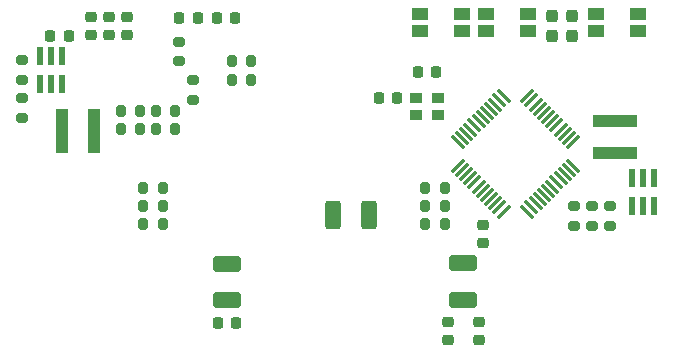
<source format=gbr>
%TF.GenerationSoftware,KiCad,Pcbnew,9.0.2*%
%TF.CreationDate,2025-06-13T08:34:34-07:00*%
%TF.ProjectId,led-usb-hub,6c65642d-7573-4622-9d68-75622e6b6963,rev?*%
%TF.SameCoordinates,PX37fb0e0PY47e8340*%
%TF.FileFunction,Paste,Top*%
%TF.FilePolarity,Positive*%
%FSLAX46Y46*%
G04 Gerber Fmt 4.6, Leading zero omitted, Abs format (unit mm)*
G04 Created by KiCad (PCBNEW 9.0.2) date 2025-06-13 08:34:34*
%MOMM*%
%LPD*%
G01*
G04 APERTURE LIST*
G04 Aperture macros list*
%AMRoundRect*
0 Rectangle with rounded corners*
0 $1 Rounding radius*
0 $2 $3 $4 $5 $6 $7 $8 $9 X,Y pos of 4 corners*
0 Add a 4 corners polygon primitive as box body*
4,1,4,$2,$3,$4,$5,$6,$7,$8,$9,$2,$3,0*
0 Add four circle primitives for the rounded corners*
1,1,$1+$1,$2,$3*
1,1,$1+$1,$4,$5*
1,1,$1+$1,$6,$7*
1,1,$1+$1,$8,$9*
0 Add four rect primitives between the rounded corners*
20,1,$1+$1,$2,$3,$4,$5,0*
20,1,$1+$1,$4,$5,$6,$7,0*
20,1,$1+$1,$6,$7,$8,$9,0*
20,1,$1+$1,$8,$9,$2,$3,0*%
G04 Aperture macros list end*
%ADD10RoundRect,0.225000X-0.225000X-0.250000X0.225000X-0.250000X0.225000X0.250000X-0.225000X0.250000X0*%
%ADD11RoundRect,0.225000X0.225000X0.250000X-0.225000X0.250000X-0.225000X-0.250000X0.225000X-0.250000X0*%
%ADD12R,1.400000X1.050000*%
%ADD13RoundRect,0.200000X-0.200000X-0.275000X0.200000X-0.275000X0.200000X0.275000X-0.200000X0.275000X0*%
%ADD14RoundRect,0.225000X-0.250000X0.225000X-0.250000X-0.225000X0.250000X-0.225000X0.250000X0.225000X0*%
%ADD15RoundRect,0.200000X-0.275000X0.200000X-0.275000X-0.200000X0.275000X-0.200000X0.275000X0.200000X0*%
%ADD16RoundRect,0.225000X0.250000X-0.225000X0.250000X0.225000X-0.250000X0.225000X-0.250000X-0.225000X0*%
%ADD17RoundRect,0.200000X0.200000X0.275000X-0.200000X0.275000X-0.200000X-0.275000X0.200000X-0.275000X0*%
%ADD18RoundRect,0.073750X0.221250X-0.651250X0.221250X0.651250X-0.221250X0.651250X-0.221250X-0.651250X0*%
%ADD19RoundRect,0.250000X0.945000X-0.420000X0.945000X0.420000X-0.945000X0.420000X-0.945000X-0.420000X0*%
%ADD20RoundRect,0.200000X0.275000X-0.200000X0.275000X0.200000X-0.275000X0.200000X-0.275000X-0.200000X0*%
%ADD21R,1.092200X3.708400*%
%ADD22RoundRect,0.237500X-0.237500X0.287500X-0.237500X-0.287500X0.237500X-0.287500X0.237500X0.287500X0*%
%ADD23R,3.708400X1.092200*%
%ADD24R,1.050000X0.950000*%
%ADD25RoundRect,0.073750X-0.221250X0.651250X-0.221250X-0.651250X0.221250X-0.651250X0.221250X0.651250X0*%
%ADD26RoundRect,0.250000X-0.420000X-0.945000X0.420000X-0.945000X0.420000X0.945000X-0.420000X0.945000X0*%
%ADD27RoundRect,0.075000X-0.521491X0.415425X0.415425X-0.521491X0.521491X-0.415425X-0.415425X0.521491X0*%
%ADD28RoundRect,0.075000X-0.521491X-0.415425X-0.415425X-0.521491X0.521491X0.415425X0.415425X0.521491X0*%
G04 APERTURE END LIST*
D10*
%TO.C,C41*%
X18425000Y-27040000D03*
X19975000Y-27040000D03*
%TD*%
D11*
%TO.C,C8*%
X33600000Y-8000000D03*
X32050000Y-8000000D03*
%TD*%
D12*
%TO.C,SW3*%
X54000000Y-2325000D03*
X50400000Y-2325000D03*
X54000000Y-875000D03*
X50400000Y-875000D03*
%TD*%
D10*
%TO.C,C26*%
X4225000Y-2700000D03*
X5775000Y-2700000D03*
%TD*%
D13*
%TO.C,R39*%
X10175000Y-9100000D03*
X11825000Y-9100000D03*
%TD*%
D14*
%TO.C,C37*%
X40500000Y-26925000D03*
X40500000Y-28475000D03*
%TD*%
D15*
%TO.C,R1*%
X51600000Y-17150000D03*
X51600000Y-18800000D03*
%TD*%
D10*
%TO.C,C15*%
X18300000Y-1175000D03*
X19850000Y-1175000D03*
%TD*%
D14*
%TO.C,C4*%
X40900000Y-18725000D03*
X40900000Y-20275000D03*
%TD*%
D16*
%TO.C,C28*%
X9200000Y-2642127D03*
X9200000Y-1092127D03*
%TD*%
D13*
%TO.C,R38*%
X10175000Y-10600000D03*
X11825000Y-10600000D03*
%TD*%
%TO.C,R15*%
X19575000Y-6400000D03*
X21225000Y-6400000D03*
%TD*%
D17*
%TO.C,R7*%
X13725000Y-18600000D03*
X12075000Y-18600000D03*
%TD*%
D13*
%TO.C,R16*%
X19575000Y-4800000D03*
X21225000Y-4800000D03*
%TD*%
D18*
%TO.C,U3*%
X3350000Y-6755000D03*
X4300000Y-6755000D03*
X5250000Y-6755000D03*
X5250000Y-4445000D03*
X4300000Y-4445000D03*
X3350000Y-4445000D03*
%TD*%
D17*
%TO.C,R8*%
X13725000Y-17100000D03*
X12075000Y-17100000D03*
%TD*%
%TO.C,R4*%
X37625000Y-18600000D03*
X35975000Y-18600000D03*
%TD*%
D19*
%TO.C,C36*%
X39200000Y-25040000D03*
X39200000Y-21960000D03*
%TD*%
%TO.C,C40*%
X19200000Y-25080000D03*
X19200000Y-22000000D03*
%TD*%
D15*
%TO.C,R2*%
X50100000Y-17150000D03*
X50100000Y-18800000D03*
%TD*%
D20*
%TO.C,R17*%
X15150000Y-4835046D03*
X15150000Y-3185046D03*
%TD*%
D16*
%TO.C,C29*%
X10700000Y-2642127D03*
X10700000Y-1092127D03*
%TD*%
D21*
%TO.C,L1*%
X5250000Y-10800000D03*
X7942400Y-10800000D03*
%TD*%
D15*
%TO.C,R3*%
X48600000Y-17150000D03*
X48600000Y-18800000D03*
%TD*%
%TO.C,R40*%
X16300000Y-6475000D03*
X16300000Y-8125000D03*
%TD*%
D17*
%TO.C,R37*%
X14825000Y-10600000D03*
X13175000Y-10600000D03*
%TD*%
D22*
%TO.C,D2*%
X48400000Y-1000000D03*
X48400000Y-2750000D03*
%TD*%
D20*
%TO.C,R41*%
X1800000Y-6400000D03*
X1800000Y-4750000D03*
%TD*%
D23*
%TO.C,L2*%
X52000000Y-12646200D03*
X52000000Y-9953800D03*
%TD*%
D12*
%TO.C,SW1*%
X39100000Y-2325000D03*
X35500000Y-2325000D03*
X39100000Y-875000D03*
X35500000Y-875000D03*
%TD*%
D14*
%TO.C,C39*%
X37900000Y-26925000D03*
X37900000Y-28475000D03*
%TD*%
D24*
%TO.C,Y1*%
X35175000Y-9425000D03*
X37025000Y-9425000D03*
X37025000Y-7975000D03*
X35175000Y-7975000D03*
%TD*%
D11*
%TO.C,C9*%
X36875000Y-5800000D03*
X35325000Y-5800000D03*
%TD*%
D17*
%TO.C,R9*%
X13725000Y-15600000D03*
X12075000Y-15600000D03*
%TD*%
D20*
%TO.C,R42*%
X1800000Y-9625000D03*
X1800000Y-7975000D03*
%TD*%
D25*
%TO.C,U4*%
X55350000Y-14767500D03*
X54400000Y-14767500D03*
X53450000Y-14767500D03*
X53450000Y-17077500D03*
X54400000Y-17077500D03*
X55350000Y-17077500D03*
%TD*%
D17*
%TO.C,R36*%
X14825000Y-9100000D03*
X13175000Y-9100000D03*
%TD*%
D22*
%TO.C,D1*%
X46700000Y-1000000D03*
X46700000Y-2750000D03*
%TD*%
D17*
%TO.C,R5*%
X37625000Y-17100000D03*
X35975000Y-17100000D03*
%TD*%
D26*
%TO.C,C38*%
X28160000Y-17900000D03*
X31240000Y-17900000D03*
%TD*%
D12*
%TO.C,SW2*%
X44700000Y-2325000D03*
X41100000Y-2325000D03*
X44700000Y-875000D03*
X41100000Y-875000D03*
%TD*%
D17*
%TO.C,R6*%
X37625000Y-15600000D03*
X35975000Y-15600000D03*
%TD*%
D11*
%TO.C,C14*%
X16700000Y-1175000D03*
X15150000Y-1175000D03*
%TD*%
D16*
%TO.C,C27*%
X7700000Y-2642127D03*
X7700000Y-1092127D03*
%TD*%
D27*
%TO.C,U1*%
X42601212Y-7812124D03*
X42247658Y-8165678D03*
X41894105Y-8519231D03*
X41540551Y-8872785D03*
X41186998Y-9226338D03*
X40833445Y-9579891D03*
X40479891Y-9933445D03*
X40126338Y-10286998D03*
X39772785Y-10640551D03*
X39419231Y-10994105D03*
X39065678Y-11347658D03*
X38712124Y-11701212D03*
D28*
X38712124Y-13698788D03*
X39065678Y-14052342D03*
X39419231Y-14405895D03*
X39772785Y-14759449D03*
X40126338Y-15113002D03*
X40479891Y-15466555D03*
X40833445Y-15820109D03*
X41186998Y-16173662D03*
X41540551Y-16527215D03*
X41894105Y-16880769D03*
X42247658Y-17234322D03*
X42601212Y-17587876D03*
D27*
X44598788Y-17587876D03*
X44952342Y-17234322D03*
X45305895Y-16880769D03*
X45659449Y-16527215D03*
X46013002Y-16173662D03*
X46366555Y-15820109D03*
X46720109Y-15466555D03*
X47073662Y-15113002D03*
X47427215Y-14759449D03*
X47780769Y-14405895D03*
X48134322Y-14052342D03*
X48487876Y-13698788D03*
D28*
X48487876Y-11701212D03*
X48134322Y-11347658D03*
X47780769Y-10994105D03*
X47427215Y-10640551D03*
X47073662Y-10286998D03*
X46720109Y-9933445D03*
X46366555Y-9579891D03*
X46013002Y-9226338D03*
X45659449Y-8872785D03*
X45305895Y-8519231D03*
X44952342Y-8165678D03*
X44598788Y-7812124D03*
%TD*%
M02*

</source>
